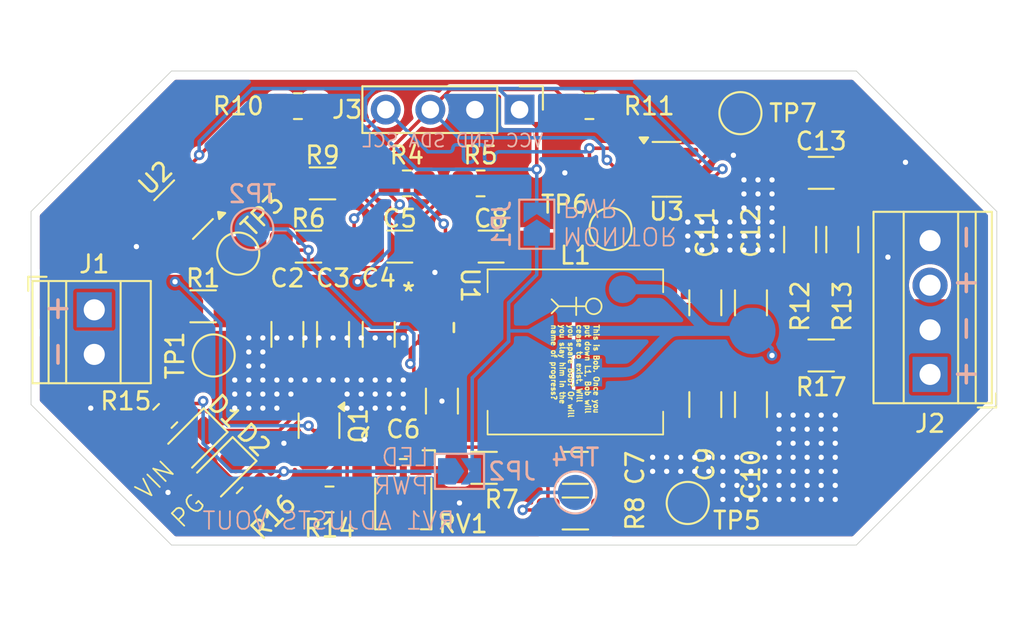
<source format=kicad_pcb>
(kicad_pcb (version 20240108) (generator "pcbnew") (generator_version "8.0")
  (layers (0 "F.Cu" signal) (31 "B.Cu" signal) (34 "B.Paste" user) (35 "F.Paste" user) (36 "B.SilkS" user "B.Silkscreen") (37 "F.SilkS" user "F.Silkscreen") (38 "B.Mask" user) (39 "F.Mask" user) (44 "Edge.Cuts" user))
  (net 0 "")
  (net 1 "VIN")
  (net 2 "GND")
  (net 3 "Net-(J3-Pin_3)")
  (net 4 "Net-(J3-Pin_4)")
  (net 5 "Net-(U1-VCC)")
  (net 6 "Net-(U1-SS)")
  (net 7 "VOUT")
  (net 8 "Net-(U1-FB)")
  (net 9 "SW")
  (net 10 "VBST")
  (net 11 "Net-(U3-VIN+)")
  (net 12 "Net-(U3-VIN-)")
  (net 13 "Net-(D1-A)")
  (net 14 "Net-(D1-K)")
  (net 15 "Net-(D2-K)")
  (net 16 "Net-(D2-A)")
  (net 17 "VBATT")
  (net 18 "Net-(J3-Pin_1)")
  (net 19 "VOUT2")
  (net 20 "Net-(JP2-A)")
  (net 21 "PGOOD")
  (net 22 "Net-(U1-EN)")
  (net 23 "Net-(R7-Pad2)")
  (net 24 "Net-(U1-MODE)")
  (footprint "Resistor_SMD:R_1206_3216Metric_Pad1.30x1.75mm_HandSolder" (layer "F.Cu") (at 177.8 75 180)
    (property "Reference" "R6")
    (property "Value" "100k")
  )
  (footprint "Capacitor_SMD:C_1206_3216Metric_Pad1.33x1.80mm_HandSolder" (layer "F.Cu") (at 203 84.000001 -90)
    (property "Reference" "C10")
    (property "Value" "22uF")
  )
  (footprint "TestPoint:TestPoint_Pad_D2.0mm" (layer "F.Cu") (at 172.4 81.2)
    (property "Reference" "TP1")
    (property "Value" "TestPoint")
  )
  (footprint "TPS51386:L_Panasonic_ETQP4M---KVK" (layer "F.Cu") (at 193 81)
    (property "Reference" "L1")
    (property "Value" "1.5uH")
  )
  (footprint "Capacitor_SMD:C_1206_3216Metric_Pad1.33x1.80mm_HandSolder" (layer "F.Cu") (at 207 70.8 180)
    (property "Reference" "C13")
    (property "Value" "0.1uF")
  )
  (footprint "LED_SMD:LED_0805_2012Metric_Pad1.15x1.40mm_HandSolder" (layer "F.Cu") (at 172.844365 87.844365 -135)
    (property "Reference" "D2")
    (property "Value" "LED")
  )
  (footprint "Capacitor_SMD:C_1206_3216Metric_Pad1.33x1.80mm_HandSolder" (layer "F.Cu") (at 181.8 80 -90)
    (property "Reference" "C4")
    (property "Value" "0.1uF")
  )
  (footprint "TestPoint:TestPoint_Pad_D2.0mm" (layer "F.Cu") (at 199.4 89.6)
    (property "Reference" "TP5")
    (property "Value" "TestPoint")
  )
  (footprint "Potentiometer_SMD:Potentiometer_Bourns_TC33X_Vertical" (layer "F.Cu") (at 183.2 89.2 -90)
    (property "Reference" "RV1")
    (property "Value" "4.7k")
  )
  (footprint "TerminalBlock:TerminalBlock_Xinya_XY308-2.54-2P_1x02_P2.54mm_Horizontal" (layer "F.Cu") (at 165.6 78.6 -90)
    (property "Reference" "J1")
    (property "Value" "Screw_Terminal_01x02")
  )
  (footprint "TestPoint:TestPoint_Pad_D2.0mm" (layer "F.Cu") (at 202.4 67.4)
    (property "Reference" "TP7")
    (property "Value" "TestPoint")
  )
  (footprint "Resistor_SMD:R_0805_2012Metric_Pad1.20x1.40mm_HandSolder" (layer "F.Cu") (at 187.6 71.4)
    (property "Reference" "R5")
    (property "Value" "1k")
  )
  (footprint "Package_TO_SOT_SMD:SOT-363_SC-70-6_Handsoldering" (layer "F.Cu") (at 178.4 85.2 -90)
    (property "Reference" "Q1")
    (property "Value" "Q_Dual_NMOS_S1G1D2S2G2D1")
  )
  (footprint "Package_TO_SOT_SMD:SOT-23-8" (layer "F.Cu") (at 170.685095 72.893763 -135)
    (property "Reference" "U2")
    (property "Value" "INA219AIDR")
  )
  (footprint "TestPoint:TestPoint_Pad_D2.0mm" (layer "F.Cu") (at 195 74)
    (property "Reference" "TP6")
    (property "Value" "TestPoint")
  )
  (footprint "Resistor_SMD:R_0805_2012Metric_Pad1.20x1.40mm_HandSolder" (layer "F.Cu") (at 179 89.4 180)
    (property "Reference" "R14")
    (property "Value" "10K")
  )
  (footprint "Capacitor_SMD:C_1206_3216Metric_Pad1.33x1.80mm_HandSolder" (layer "F.Cu") (at 193 87.6 180)
    (property "Reference" "C7")
    (property "Value" "22pF")
  )
  (footprint "Capacitor_SMD:C_1206_3216Metric_Pad1.33x1.80mm_HandSolder" (layer "F.Cu") (at 176.6 80 -90)
    (property "Reference" "C2")
    (property "Value" "10uF")
  )
  (footprint "Capacitor_SMD:C_1206_3216Metric_Pad1.33x1.80mm_HandSolder" (layer "F.Cu") (at 179.2 80 -90)
    (property "Reference" "C3")
    (property "Value" "10uF")
  )
  (footprint "Resistor_SMD:R_0805_2012Metric_Pad1.20x1.40mm_HandSolder" (layer "F.Cu") (at 169.644365 84.644365 45)
    (property "Reference" "R15")
    (property "Value" "120")
  )
  (footprint "Capacitor_SMD:C_1206_3216Metric_Pad1.33x1.80mm_HandSolder" (layer "F.Cu") (at 188.2 75)
    (property "Reference" "C8")
    (property "Value" "0.1uF")
  )
  (footprint "Connector_PinHeader_2.54mm:PinHeader_1x04_P2.54mm_Vertical" (layer "F.Cu") (at 189.82 67.2 -90)
    (property "Reference" "J3")
    (property "Value" "Conn_01x04_Pin")
  )
  (footprint "Resistor_SMD:R_1206_3216Metric_Pad1.30x1.75mm_HandSolder" (layer "F.Cu") (at 193 90.2)
    (property "Reference" "R8")
    (property "Value" "150k")
  )
  (footprint "Resistor_SMD:R_1206_3216Metric_Pad1.30x1.75mm_HandSolder" (layer "F.Cu") (at 171.8 78.4)
    (property "Reference" "R1")
    (property "Value" "0.005")
  )
  (footprint "Resistor_SMD:R_0805_2012Metric_Pad1.20x1.40mm_HandSolder" (layer "F.Cu") (at 193.8 67 180)
    (property "Reference" "R11")
    (property "Value" "10K")
  )
  (footprint "Resistor_SMD:R_1206_3216Metric_Pad1.30x1.75mm_HandSolder" (layer "F.Cu") (at 205.8 74.600002 90)
    (property "Reference" "R12")
    (property "Value" "10")
  )
  (footprint "Capacitor_SMD:C_1206_3216Metric_Pad1.33x1.80mm_HandSolder" (layer "F.Cu") (at 185.4 83.8 -90)
    (property "Reference" "C6")
    (property "Value" "0F")
  )
  (footprint "Resistor_SMD:R_1206_3216Metric_Pad1.30x1.75mm_HandSolder" (layer "F.Cu") (at 187.8 87.6 180)
    (property "Reference" "R7")
    (property "Value" "18k")
  )
  (footprint "Package_TO_SOT_SMD:SOT-23-8" (layer "F.Cu") (at 198.2 70.6)
    (property "Reference" "U3")
    (property "Value" "INA219AIDR")
  )
  (footprint "Resistor_SMD:R_0805_2012Metric_Pad1.20x1.40mm_HandSolder" (layer "F.Cu") (at 174.4 89.4 45)
    (property "Reference" "R16")
    (property "Value" "120")
  )
  (footprint "Capacitor_SMD:C_1206_3216Metric_Pad1.33x1.80mm_HandSolder" (layer "F.Cu") (at 183 75)
    (property "Reference" "C5")
    (property "Value" "1uF")
  )
  (footprint "Capacitor_SMD:C_1206_3216Metric_Pad1.33x1.80mm_HandSolder" (layer "F.Cu") (at 200.399998 84.000001 -90)
    (property "Reference" "C9")
    (property "Value" "22uF")
  )
  (footprint "Capacitor_SMD:C_1206_3216Metric_Pad1.33x1.80mm_HandSolder" (layer "F.Cu") (at 200.4 78.2 90)
    (property "Reference" "C11")
    (property "Value" "22uF")
  )
  (footprint "Capacitor_SMD:C_1206_3216Metric_Pad1.33x1.80mm_HandSolder" (layer "F.Cu") (at 203 78.2 90)
    (property "Reference" "C12")
    (property "Value" "22uF")
  )
  (footprint "LED_SMD:LED_0805_2012Metric_Pad1.15x1.40mm_HandSolder" (layer "F.Cu") (at 171.2 86.2 -135)
    (property "Reference" "D1")
    (property "Value" "LED")
  )
  (footprint "TerminalBlock:TerminalBlock_Xinya_XY308-2.54-4P_1x04_P2.54mm_Horizontal" (layer "F.Cu") (at 213.2 82.28 90)
    (property "Reference" "J2")
    (property "Value" "Screw_Terminal_01x04")
  )
  (footprint "Resistor_SMD:R_1206_3216Metric_Pad1.30x1.75mm_HandSolder" (layer "F.Cu") (at 207 81.2)
    (property "Reference" "R17")
    (property "Value" "0.005")
  )
  (footprint "Resistor_SMD:R_0805_2012Metric_Pad1.20x1.40mm_HandSolder" (layer "F.Cu") (at 183.4 71.4)
    (property "Reference" "R4")
    (property "Value" "6.8k")
  )
  (footprint "TestPoint:TestPoint_Pad_D2.0mm" (layer "F.Cu") (at 173.8 75.4)
    (property "Reference" "TP3")
    (property "Value" "TestPoint")
  )
  (footprint "TPS51386:VQFN-HR12_RJN_TEX" (layer "F.Cu") (at 184.899999 78.900126)
    (property "Reference" "U1")
    (property "Value" "TPS51386RJNR")
  )
  (footprint "Resistor_SMD:R_1206_3216Metric_Pad1.30x1.75mm_HandSolder" (layer "F.Cu") (at 208.2 74.600002 -90)
    (property "Reference" "R13")
    (property "Value" "10")
  )
  (footprint "Resistor_SMD:R_0805_2012Metric_Pad1.20x1.40mm_HandSolder" (layer "F.Cu") (at 177.2 67)
    (property "Reference" "R10")
    (property "Value" "10K")
  )
  (footprint "Resistor_SMD:R_1206_3216Metric_Pad1.30x1.75mm_HandSolder" (layer "F.Cu") (at 178.6 71.4 180)
    (property "Reference" "R9")
    (property "Value" "0")
  )
  (footprint "TestPoint:TestPoint_Pad_D2.0mm" (layer "B.Cu") (at 174.6 74 180)
    (property "Reference" "TP2")
    (property "Value" "TestPoint")
  )
  (footprint "TestPoint:TestPoint_Pad_D2.0mm" (layer "B.Cu") (at 193 89 180)
    (property "Reference" "TP4")
    (property "Value" "TestPoint")
  )
  (footprint "Jumper:SolderJumper-2_P1.3mm_Open_TrianglePad1.0x1.5mm" (layer "B.Cu") (at 186.4 87.8)
    (property "Reference" "JP2")
    (property "Value" "SolderJumper_2_Open")
  )
  (footprint "TPS51386:usb_symbol" (layer "B.Cu") (at 197.3 79.8 180)
    (property "Reference" "TP8" (hide yes))
    (property "Value" "TestPoint" (hide yes))
  )
  (footprint "Jumper:SolderJumper-2_P1.3mm_Open_TrianglePad1.0x1.5mm" (layer "B.Cu") (at 190.8 73.725 90)
    (property "Reference" "JP1")
    (property "Value" "SolderJumper_2_Open")
  )
  (gr_line (start 193.6 78.4) (end 192.047212 78.399999) (stroke (width 0.1)) (layer "F.SilkS"))
  (gr_circle (center 194.047214 78.399999) (end 193.847213 78.8) (stroke (width 0.1)) (fill none) (layer "F.SilkS"))
  (gr_line (start 192.047212 78.399999) (end 191.647213 78) (stroke (width 0.1)) (layer "F.SilkS"))
  (gr_line (start 192.047212 78.399999) (end 191.647213 78.8) (stroke (width 0.1)) (layer "F.SilkS"))
  (gr_line (start 193.047212 77.899999) (end 193.047213 78.899999) (stroke (width 0.1)) (layer "F.SilkS"))
  (gr_line (start 162 73) (end 162 84) (stroke (width 0.05)) (layer "Edge.Cuts"))
  (gr_line (start 217 84) (end 217 73) (stroke (width 0.05)) (layer "Edge.Cuts"))
  (gr_line (start 209 65) (end 170 65) (stroke (width 0.05)) (layer "Edge.Cuts"))
  (gr_line (start 217 84) (end 209 92) (stroke (width 0.05)) (layer "Edge.Cuts"))
  (gr_line (start 162 73) (end 170 65) (stroke (width 0.05)) (layer "Edge.Cuts"))
  (gr_line (start 170 92) (end 209 92) (stroke (width 0.05)) (layer "Edge.Cuts"))
  (gr_line (start 162 84) (end 170 92) (stroke (width 0.05)) (layer "Edge.Cuts"))
  (gr_line (start 217 73) (end 209 65) (stroke (width 0.05)) (layer "Edge.Cuts"))
  (gr_text "RV1 ADJUSTS VOUT" (at 186.2 91.2 0) (layer "B.SilkS") (effects (font (size 1 1) (thickness 0.1)) (justify left bottom mirror)))
  (gr_text "LED\nPWR" (at 184.725 89.2 0) (layer "B.SilkS") (effects (font (size 1 1) (thickness 0.1)) (justify left bottom mirror)))
  (gr_text "VCC GND SDA SCL" (at 191.242963 69.4 0) (layer "B.SilkS") (effects (font (size 0.75 0.75) (thickness 0.1)) (justify left bottom mirror)))
  (gr_text "+ - + -" (at 214.6 83.2 270) (layer "B.SilkS") (effects (font (size 1.3 1.3) (thickness 0.2)) (justify left bottom mirror)))
  (gr_text "MONITOR \nPWR" (at 192.2 72.2 180) (layer "B.SilkS") (effects (font (size 1 1) (thickness 0.1)) (justify left bottom mirror)))
  (gr_text "+ -" (at 164.2 77.6 90) (layer "B.SilkS") (effects (font (size 1.3 1.3) (thickness 0.2)) (justify left bottom mirror)))
  (gr_text "PG" (at 170.6 91.2 45) (layer "F.SilkS") (effects (font (size 1 1) (thickness 0.1)) (justify left bottom)))
  (gr_text "This is Bob. Once you \nput down L1, Bob will \ncease to exist. Will \nyou spare Bob? Or will \nyou slay him in the \nname of progress?" (at 191.6 79.4 270) (layer "F.SilkS") (effects (font (size 0.3 0.3) (thickness 0.075)) (justify left bottom)))
  (gr_text "VIN" (at 168.6 89.6 45) (layer "F.SilkS") (effects (font (size 1 1) (thickness 0.1)) (justify left bottom)))
  (segment (start 173.8 75.4) (end 173.8 77.95) (width 0.2) (layer "F.Cu") (net 1))
  (segment (start 173.35 78.4) (end 172.6 78.4) (width 0.2) (layer "F.Cu") (net 1))
  (segment (start 172 74.456156) (end 171.035463 73.491619) (width 0.2) (layer "F.Cu") (net 1))
  (segment (start 182.4 72) (end 183 72.6) (width 0.2) (layer "F.Cu") (net 1))
  (segment (start 182.4 71.4) (end 182.4 72) (width 0.2) (layer "F.Cu") (net 1))
  (segment (start 171.035463 73.491619) (end 170.546859 73.491619) (width 0.2) (layer "F.Cu") (net 1))
  (segment (start 172 77.8) (end 172 74.456156) (width 0.2) (layer "F.Cu") (net 1))
  (segment (start 169.898923 74.199102) (end 170.143265 73.95476) (width 0.2) (layer "F.Cu") (net 1))
  (segment (start 170.546859 73.491619) (end 170.110571 73.927907) (width 0.2) (layer "F.Cu") (net 1))
  (segment (start 173.8 77.95) (end 173.35 78.4) (width 0.2) (layer "F.Cu") (net 1))
  (segment (start 172.6 78.4) (end 172 77.8) (width 0.2) (layer "F.Cu") (net 1))
  (via (at 180.6 77) (size 0.6) (drill 0.3) (layers "F.Cu" "B.Cu") (net 1))
  (via (at 183 72.6) (size 0.6) (drill 0.3) (layers "F.Cu" "B.Cu") (net 1))
  (segment (start 180.6 77) (end 182.4 75.2) (width 0.2) (layer "B.Cu") (net 1))
  (segment (start 182.4 73.2) (end 183 72.6) (width 0.2) (layer "B.Cu") (net 1))
  (segment (start 182.4 75.2) (end 182.4 73.2) (width 0.2) (layer "B.Cu") (net 1))
  (segment (start 185 76.6) (end 185 76.469988) (width 0.2) (layer "F.Cu") (net 2))
  (segment (start 202 69.8) (end 201.209313 69.8) (width 0.2) (layer "F.Cu") (net 2))
  (segment (start 185.150062 76.750062) (end 185 76.6) (width 0.2) (layer "F.Cu") (net 2))
  (segment (start 201.209313 69.8) (end 200.084313 70.925) (width 0.2) (layer "F.Cu") (net 2))
  (segment (start 200.084313 70.925) (end 199.3375 70.925) (width 0.2) (layer "F.Cu") (net 2))
  (segment (start 185.2 74.362503) (end 184.5625 75.000003) (width 0.2) (layer "F.Cu") (net 2))
  (segment (start 185.150062 77.500126) (end 185.150062 76.750062) (width 0.2) (layer "F.Cu") (net 2))
  (via (at 176 80.2) (size 0.6) (drill 0.3) (layers "F.Cu" "B.Cu") (net 2))
  (via (at 185 76.469988) (size 0.6) (drill 0.3) (layers "F.Cu" "B.Cu") (net 2))
  (via (at 210.8 75.6) (size 0.6) (drill 0.3) (layers "F.Cu" "B.Cu") (net 2))
  (via (at 203.4 72) (size 0.6) (drill 0.3) (layers "F.Cu" "B.Cu") (net 2))
  (via (at 168 75) (size 0.6) (drill 0.3) (layers "F.Cu" "B.Cu") (net 2))
  (via (at 203 88.6) (size 0.6) (drill 0.3) (layers "F.Cu" "B.Cu") (net 2))
  (via (at 207 88.6) (size 0.6) (drill 0.3) (layers "F.Cu" "B.Cu") (net 2))
  (via (at 201 74.4) (size 0.6) (drill 0.3) (layers "F.Cu" "B.Cu") (net 2))
  (via (at 174.4 81) (size 0.6) (drill 0.3) (layers "F.Cu" "B.Cu") (net 2))
  (via (at 176.799999 83.400001) (size 0.6) (drill 0.3) (layers "F.Cu" "B.Cu") (net 2))
  (via (at 201.8 73.6) (size 0.6) (drill 0.3) (layers "F.Cu" "B.Cu") (net 2))
  (via (at 180.8 84.2) (size 0.6) (drill 0.3) (layers "F.Cu" "B.Cu") (net 2))
  (via (at 176 82.6) (size 0.6) (drill 0.3) (layers "F.Cu" "B.Cu") (net 2))
  (via (at 199.4 75.2) (size 0.6) (drill 0.3) (layers "F.Cu" "B.Cu") (net 2))
  (via (at 204.6 89.4) (size 0.6) (drill 0.3) (layers "F.Cu" "B.Cu") (net 2))
  (via (at 206.2 85.4) (size 0.6) (drill 0.3) (layers "F.Cu" "B.Cu") (net 2))
  (via (at 201 75.2) (size 0.6) (drill 0.3) (layers "F.Cu" "B.Cu") (net 2))
  (via (at 183.2 84.2) (size 0.6) (drill 0.3) (layers "F.Cu" "B.Cu") (net 2))
  (via (at 176.8 80.2) (size 0.6) (drill 0.3) (layers "F.Cu" "B.Cu") (net 2))
  (via (at 211.8 70.2) (size 0.6) (drill 0.3) (layers "F.Cu" "B.Cu") (net 2))
  (via (at 197.4 87) (size 0.6) (drill 0.3) (layers "F.Cu" "B.Cu") (net 2))
  (via (at 202.2 89.4) (size 0.6) (drill 0.3) (layers "F.Cu" "B.Cu") (net 2))
  (via (at 198.2 87.8) (size 0.6) (drill 0.3) (layers "F.Cu" "B.Cu") (net 2))
  (via (at 206.2 84.6) (size 0.6) (drill 0.3) (layers "F.Cu" "B.Cu") (net 2))
  (via (at 200.2 73.6) (size 0.6) (drill 0.3) (layers "F.Cu" "B.Cu") (net 2))
  (via (at 202.2 87.8) (size 0.6) (drill 0.3) (layers "F.Cu" "B.Cu") (net 2))
  (via (at 203.8 87) (size 0.6) (drill 0.3) (layers "F.Cu" "B.Cu") (net 2))
  (via (at 204.2 72.8) (size 0.6) (drill 0.3) (layers "F.Cu" "B.Cu") (net 2))
  (via (at 185.4 83.8) (size 0.6) (drill 0.3) (layers "F.Cu" "B.Cu") (net 2))
  (via (at 199.4 74.4) (size 0.6) (drill 0.3) (layers "F.Cu" "B.Cu") (net 2))
  (via (at 181.6 80.2) (size 0.6) (drill 0.3) (layers "F.Cu" "B.Cu") (net 2))
  (via (at 205.4 87) (size 0.6) (drill 0.3) (layers "F.Cu" "B.Cu") (net 2))
  (via (at 201.4 87) (size 0.6) (drill 0.3) (layers "F.Cu" "B.Cu") (net 2))
  (via (at 201.4 87.8) (size 0.6) (drill 0.3) (layers "F.Cu" "B.Cu") (net 2))
  (via (at 180.8 83.4) (size 0.6) (drill 0.3) (layers "F.Cu" "B.Cu") (net 2))
  (via (at 175.2 80.2) (size 0.6) (drill 0.3) (layers "F.Cu" "B.Cu") (net 2))
  (via (at 177.6 80.2) (size 0.6) (drill 0.3) (layers "F.Cu" "B.Cu") (net 2))
  (via (at 204.6 85.4) (size 0.6) (drill 0.3) (layers "F.Cu" "B.Cu") (net 2))
  (via (at 174.4 81.8) (size 0.6) (drill 0.3) (layers "F.Cu" "B.Cu") (net 2))
  (via (at 181 86) (size 0.6) (drill 0.3) (layers "F.Cu" "B.Cu") (net 2))
  (via (at 181.599999 83.399999) (size 0.6) (drill 0.3) (layers "F.Cu" "B.Cu") (net 2))
  (via (at 199 87) (size 0.6) (drill 0.3) (layers "F.Cu" "B.Cu") (net 2))
  (via (at 175.2 82.599999) (size 0.6) (drill 0.3) (layers "F.Cu" "B.Cu") (net 2))
  (via (at 180.8 80.2) (size 0.6) (drill 0.3) (layers "F.Cu" "B.Cu") (net 2))
  (via (at 180.799999 82.599999) (size 0.6) (drill 0.3) (layers "F.Cu" "B.Cu") (net 2))
  (via (at 178.4 80.2) (size 0.6) (drill 0.3) (layers "F.Cu" "B.Cu") (net 2))
  (via (at 182.4 80.2) (size 0.6) (drill 0.3) (layers "F.Cu" "B.Cu") (net 2))
  (via (at 200.6 87.8) (size 0.6) (drill 0.3) (layers "F.Cu" "B.Cu") (net 2))
  (via (at 173.6 83.399999) (size 0.6) (drill 0.3) (layers "F.Cu" "B.Cu") (net 2))
  (via (at 205.4 89.4) (size 0.6) (drill 0.3) (layers "F.Cu" "B.Cu") (net 2))
  (via (at 203.4 73.6) (size 0.6) (drill 0.3) (layers "F.Cu" "B.Cu") (net 2))
  (via (at 204.6 87) (size 0.6) (drill 0.3) (layers "F.Cu" "B.Cu") (net 2))
  (via (at 186.4 89.6) (size 0.6) (drill 0.3) (layers "F.Cu" "B.Cu") (net 2))
  (via (at 207 87) (size 0.6) (drill 0.3) (layers "F.Cu" "B.Cu") (net 2))
  (via (at 182.4 84.2) (size 0.6) (drill 0.3) (layers "F.Cu" "B.Cu") (net 2))
  (via (at 175.2 81.8) (size 0.6) (drill 0.3) (layers "F.Cu" "B.Cu") (net 2))
  (via (at 206.2 87.8) (size 0.6) (drill 0.3) (layers "F.Cu" "B.Cu") (net 2))
  (via (at 205.4 84.6) (size 0.6) (drill 0.3) (layers "F.Cu" "B.Cu") (net 2))
  (via (at 183.2 83.4) (size 0.6) (drill 0.3) (layers "F.Cu" "B.Cu") (net 2))
  (via (at 181.599999 84.199999) (size 0.6) (drill 0.3) (layers "F.Cu" "B.Cu") (net 2))
  (via (at 192.4 70.8) (size 0.6) (drill 0.3) (layers "F.Cu" "B.Cu") (net 2))
  (via (at 173.6 82.6) (size 0.6) (drill 0.3) (layers "F.Cu" "B.Cu") (net 2))
  (via (at 181.6 82.6) (size 0.6) (drill 0.3) (layers "F.Cu" "B.Cu") (net 2))
  (via (at 177.599998 82.6) (size 0.6) (drill 0.3) (layers "F.Cu" "B.Cu") (net 2))
  (via (at 199.8 87.8) (size 0.6) (drill 0.3) (layers "F.Cu" "B.Cu") (net 2))
  (via (at 207.8 87) (size 0.6) (drill 0.3) (layers "F.Cu" "B.Cu") (net 2))
  (via (at 200.2 75.2) (size 0.6) (drill 0.3) (layers "F.Cu" "B.Cu") (net 2))
  (via (at 179.199999 82.599999) (size 0.6) (drill 0.3) (layers "F.Cu" "B.Cu") (net 2))
  (via (at 201.4 88.6) (size 0.6) (drill 0.3) (layers "F.Cu" "B.Cu") (net 2))
  (via (at 173.599999 84.199999) (size 0.6) (drill 0.3) (layers "F.Cu" "B.Cu") (net 2))
  (via (at 206.2 87) (size 0.6) (drill 0.3) (layers "F.Cu" "B.Cu") (net 2))
  (via (at 183.2 80.2) (size 0.6) (drill 0.3) (layers "F.Cu" "B.Cu") (net 2))
  (via (at 178.399999 82.600001) (size 0.6) (drill 0.3) (layers "F.Cu" "B.Cu") (net 2))
  (via (at 169.8 89) (size 0.6) (drill 0.3) (layers "F.Cu" "B.Cu") (net 2))
  (via (at 204.2 75.2) (size 0.6) (drill 0.3) (layers "F.Cu" "B.Cu") (net 2))
  (via (at 175.999999 83.4) (size 0.6) (drill 0.3) (layers "F.Cu" "B.Cu") (net 2))
  (via (at 204.6 84.6) (size 0.6) (drill 0.3) (layers "F.Cu" "B.Cu") (net 2))
  (via (at 200.2 74.4) (size 0.6) (drill 0.3) (layers "F.Cu" "B.Cu") (net 2))
  (via (at 174.4 83.4) (size 0.6) (drill 0.3) (layers "F.Cu" "B.Cu") (net 2))
  (via (at 198.2 87) (size 0.6) (drill 0.3) (layers "F.Cu" "B.Cu") (net 2))
  (via (at 183.2 82.6) (size 0.6) (drill 0.3) (layers "F.Cu" "B.Cu") (net 2))
  (via (at 204.6 86.2) (size 0.6) (drill 0.3) (layers "F.Cu" "B.Cu") (net 2))
  (via (at 205.4 85.4) (size 0.6) (drill 0.3) (layers "F.Cu" "B.Cu") (net 2))
  (via (at 202.6 71.2) (size 0.6) (drill 0.3) (layers "F.Cu" "B.Cu") (net 2))
  (via (at 199 87.8) (size 0.6) (drill 0.3) (layers "F.Cu" "B.Cu") (net 2))
  (via (at 201.8 74.4) (size 0.6) (drill 0.3) (layers "F.Cu" "B.Cu") (net 2))
  (via (at 204.6 88.6) (size 0.6) (drill 0.3) (layers "F.Cu" "B.Cu") (net 2))
  (via (at 204.2 73.6) (size 0.6) (drill 0.3) (layers "F.Cu" "B.Cu") (net 2))
  (via (at 203.4 75.2) (size 0.6) (drill 0.3) (layers "F.Cu" "B.Cu") (net 2))
  (via (at 203 87.8) (size 0.6) (drill 0.3) (layers "F.Cu" "B.Cu") (net 2))
  (via (at 207 85.4) (size 0.6) (drill 0.3) (layers "F.Cu" "B.Cu") (net 2))
  (via (at 201.8 75.2) (size 0.6) (drill 0.3) (layers "F.Cu" "B.Cu") (net 2))
  (via (at 207.8 87.8) (size 0.6) (drill 0.3) (layers "F.Cu" "B.Cu") (net 2))
  (via (at 202.6 73.6) (size 0.6) (drill 0.3) (layers "F.Cu" "B.Cu") (net 2))
  (via (at 207 84.6) (size 0.6) (drill 0.3) (layers "F.Cu" "B.Cu") (net 2))
  (via (at 204.6 87.8) (size 0.6) (drill 0.3) (layers "F.Cu" "B.Cu") (net 2))
  (via (at 207 87.8) (size 0.6) (drill 0.3) (layers "F.Cu" "B.Cu") (net 2))
  (via (at 203 87) (size 0.6) (drill 0.3) (layers "F.Cu" "B.Cu") (net 2))
  (via (at 174.4 82.599999) (size 0.6) (drill 0.3) (layers "F.Cu" "B.Cu") (net 2))
  (via (at 182.4 82.6) (size 0.6) (drill 0.3) (layers "F.Cu" "B.Cu") (net 2))
  (via (at 207 89.4) (size 0.6) (drill 0.3) (layers "F.Cu" "B.Cu") (net 2))
  (via (at 204.2 71.2) (size 0.6) (drill 0.3) (layers "F.Cu" "B.Cu") (net 2))
  (via (at 206.2 89.4) (size 0.6) (drill 0.3) (layers "F.Cu" "B.Cu") (net 2))
  (via (at 175.2 83.4) (size 0.6) (drill 0.3) (layers "F.Cu" "B.Cu") (net 2))
  (via (at 202 69.8) (size 0.6) (drill 0.3) (layers "F.Cu" "B.Cu") (net 2))
  (via (at 202.6 72) (size 0.6) (drill 0.3) (layers "F.Cu" "B.Cu") (net 2))
  (via (at 207.8 89.4) (size 0.6) (drill 0.3) (layers "F.Cu" "B.Cu") (net 2))
  (via (at 207 86.2) (size 0.6) (drill 0.3) (layers "F.Cu" "B.Cu") (net 2))
  (via (at 179.999999 84.199999) (size 0.6) (drill 0.3) (layers "F.Cu" "B.Cu") (net 2))
  (via (at 200.6 87) (size 0.6) (drill 0.3) (layers "F.Cu" "B.Cu") (net 2))
  (via (at 165.4 84.2) (size 0.6) (drill 0.3) (layers "F.Cu" "B.Cu") (net 2))
  (via (at 202.2 88.6) (size 0.6) (drill 0.3) (layers "F.Cu" "B.Cu") (net 2))
  (via (at 204.2 72) (size 0.6) (drill 0.3) (layers "F.Cu" "B.Cu") (net 2))
  (via (at 207.8 86.2) (size 0.6) (drill 0.3) (layers "F.Cu" "B.Cu") (net 2))
  (via (at 179.2 80.2) (size 0.6) (drill 0.3) (layers "F.Cu" "B.Cu") (net 2))
  (via (at 176 84.2) (size 0.6) (drill 0.3) (layers "F.Cu" "B.Cu") (net 2))
  (via (at 202.6 74.4) (size 0.6) (drill 0.3) (layers "F.Cu" "B.Cu") (net 2))
  (via (at 203.4 74.4) (size 0.6) (drill 0.3) (layers "F.Cu" "B.Cu") (net 2))
  (via (at 205.4 88.6) (size 0.6) (drill 0.3) (layers "F.Cu" "B.Cu") (net 2))
  (via (at 175.200001 84.2) (size 0.6) (drill 0.3) (layers "F.Cu" "B.Cu") (net 2))
  (via (at 176.8 82.6) (size 0.6) (drill 0.3) (layers "F.Cu" "B.Cu") (net 2))
  (via (at 180 82.6) (size 0.6) (drill 0.3) (layers "F.Cu" "B.Cu") (net 2))
  (via (at 204.2 74.399999) (size 0.6) (drill 0.3) (layers "F.Cu" "B.Cu") (net 2))
  (via (at 203.4 72.8) (size 0.6) (drill 0.3) (layers "F.Cu" "B.Cu") (net 2))
  (via (at 174.400001 84.2) (size 0.6) (drill 0.3) (layers "F.Cu" "B.Cu") (net 2))
  (via (at 206.2 88.6) (size 0.6) (drill 0.3) (layers "F.Cu" "B.Cu") (net 2))
  (via (at 197.4 87.8) (size 0.6) (drill 0.3) (layers "F.Cu" "B.Cu") (net 2))
  (via (at 182.4 83.4) (size 0.6) (drill 0.3) (layers "F.Cu" "B.Cu") (net 2))
  (via (at 202.6 72.8) (size 0.6) (drill 0.3) (layers "F.Cu" "B.Cu") (net 2))
  (via (at 206.2 86.2) (size 0.6) (drill 0.3) (layers "F.Cu" "B.Cu") (net 2))
  (via (at 207.8 85.4) (size 0.6) (drill 0.3) (layers "F.Cu" "B.Cu") (net 2))
  (via (at 201 73.6) (size 0.6) (drill 0.3) (layers "F.Cu" "B.Cu") (net 2))
  (via (at 176.4 86.2) (size 0.6) (drill 0.3) (layers "F.Cu" "B.Cu") (net 2))
  (via (at 207.8 84.6) (size 0.6) (drill 0.3) (layers "F.Cu" "B.Cu") (net 2))
  (via (at 179.999999 83.399999) (size 0.6) (drill 0.3) (layers "F.Cu" "B.Cu") (net 2))
  (via (at 203.8 88.6) (size 0.6) (drill 0.3) (layers "F.Cu" "B.Cu") (net 2))
  (via (at 199.8 87) (size 0.6) (drill 0.3) (layers "F.Cu" "B.Cu") (net 2))
  (via (at 180 80.2) (size 0.6) (drill 0.3) (layers "F.Cu" "B.Cu") (net 2))
  (via (at 202.2 87) (size 0.6) (drill 0.3) (layers "F.Cu" "B.Cu") (net 2))
  (via (at 175.2 81) (size 0.6) (drill 0.3) (layers "F.Cu" "B.Cu") (net 2))
  (via (at 201.4 89.4) (size 0.6) (drill 0.3) (layers "F.Cu" "B.Cu") (net 2))
  (via (at 202.6 75.2) (size 0.6) (drill 0.3) (layers "F.Cu" "B.Cu") (net 2))
  (via (at 205.4 86.2) (size 0.6) (drill 0.3) (layers "F.Cu" "B.Cu") (net 2))
  (via (at 203.8 87.8) (size 0.6) (drill 0.3) (layers "F.Cu" "B.Cu") (net 2))
  (via (at 199.4 73.6) (size 0.6) (drill 0.3) (layers "F.Cu" "B.Cu") (net 2))
  (via (at 174.4 80.2) (size 0.6) (drill 0.3) (layers "F.Cu" "B.Cu") (net 2))
  (via (at 205.4 87.8) (size 0.6) (drill 0.3) (layers "F.Cu" "B.Cu") (net 2))
  (via (at 203 89.4) (size 0.6) (drill 0.3) (layers "F.Cu" "B.Cu") (net 2))
  (via (at 203.4 71.2) (size 0.6) (drill 0.3) (layers "F.Cu" "B.Cu") (net 2))
  (via (at 203.8 89.4) (size 0.6) (drill 0.3) (layers "F.Cu" "B.Cu") (net 2))
  (via (at 207.8 88.6) (size 0.6) (drill 0.3) (layers "F.Cu" "B.Cu") (net 2))
  (segment (start 194.8 70.068328) (end 195.656672 70.925) (width 0.2) (layer "F.Cu") (net 3))
  (segment (start 191.85 66.05) (end 185.89 66.05) (width 0.2) (layer "F.Cu") (net 3))
  (segment (start 192.8 67) (end 191.85 66.05) (width 0.2) (layer "F.Cu") (net 3))
  (segment (start 171.259619 71.859619) (end 171.719239 72.319239) (width 0.2) (layer "F.Cu") (net 3))
  (segment (start 195.656672 70.925) (end 197.0625 70.925) (width 0.2) (layer "F.Cu") (net 3))
  (segment (start 173.4 69.6) (end 182.34 69.6) (width 0.2) (layer "F.Cu") (net 3))
  (segment (start 171.259619 71.859619) (end 171.259619 71.740381) (width 0.2) (layer "F.Cu") (net 3))
  (segment (start 185.89 66.05) (end 184.74 67.2) (width 0.2) (layer "F.Cu") (net 3))
  (segment (start 182.34 69.6) (end 184.74 67.2) (width 0.2) (layer "F.Cu") (net 3))
  (segment (start 171.259619 71.740381) (end 173.4 69.6) (width 0.2) (layer "F.Cu") (net 3))
  (via (at 194.8 70.068328) (size 0.6) (drill 0.3) (layers "F.Cu" "B.Cu") (net 3))
  (segment (start 194.8 70.068328) (end 194.6 70.068328) (width 0.2) (layer "B.Cu") (net 3))
  (segment (start 194.048529 68.8) (end 186.34 68.8) (width 0.2) (layer "B.Cu") (net 3))
  (segment (start 194.6 69.351471) (end 194.048529 68.8) (width 0.2) (layer "B.Cu") (net 3))
  (segment (start 186.34 68.8) (end 184.74 67.2) (width 0.2) (layer "B.Cu") (net 3))
  (segment (start 194.6 70.068328) (end 194.6 69.351471) (width 0.2) (layer "B.Cu") (net 3))
  (segment (start 193.8 69.916857) (end 193.8 69.4) (width 0.2) (layer "F.Cu") (net 4))
  (segment (start 173.357073 68.842927) (end 173.816692 68.383308) (width 0.2) (layer "F.Cu") (net 4))
  (segment (start 173.816692 68.383308) (end 174 68.2) (width 0.2) (layer "F.Cu") (net 4))
  (segment (start 197.0625 71.575) (end 195.458143 71.575) (width 0.2) (layer "F.Cu") (net 4))
  (segment (start 193.8 69.4) (end 195.16 69.4) (width 0.2) (layer "F.Cu") (net 4))
  (segment (start 179.6 68.2) (end 181.2 68.2) (width 0.2) (layer "F.Cu") (net 4))
  (segment (start 175.44 68.96) (end 175.44 68.44) (width 0.2) (layer "F.Cu") (net 4))
  (segment (start 196.035 70.275) (end 197.0625 70.275) (width 0.2) (layer "F.Cu") (net 4))
  (segment (start 174.84 67.96) (end 174.84 68.96) (width 0.2) (layer "F.Cu") (net 4))
  (segment (start 174.24 67.96) (end 174.24 67.84) (width 0.2) (layer "F.Cu") (net 4))
  (segment (start 175.68 68.2) (end 175.8 68.2) (width 0.2) (layer "F.Cu") (net 4))
  (segment (start 178.2 67) (end 179.4 68.2) (width 0.2) (layer "F.Cu") (net 4))
  (segment (start 181.2 68.2) (end 182.2 67.2) (width 0.2) (layer "F.Cu") (net 4))
  (segment (start 174.84 67.84) (end 174.84 67.96) (width 0.2) (layer "F.Cu") (net 4))
  (segment (start 175.08 69.2) (end 175.2 69.2) (width 0.2) (layer "F.Cu") (net 4))
  (segment (start 179.4 68.2) (end 179.6 68.2) (width 0.2) (layer "F.Cu") (net 4))
  (segment (start 195.458143 71.575) (end 193.8 69.916857) (width 0.2) (layer "F.Cu") (net 4))
  (segment (start 170.8 71.4) (end 173.357073 68.842927) (width 0.2) (layer "F.Cu") (net 4))
  (segment (start 195.16 69.4) (end 196.035 70.275) (width 0.2) (layer "F.Cu") (net 4))
  (segment (start 175.957338 68.2) (end 179.6 68.2) (width 0.2) (layer "F.Cu") (net 4))
  (segment (start 174.48 67.6) (end 174.6 67.6) (width 0.2) (layer "F.Cu") (net 4))
  (segment (start 175.8 68.2) (end 175.957338 68.2) (width 0.2) (layer "F.Cu") (net 4))
  (via (at 193.8 69.4) (size 0.6) (drill 0.3) (layers "F.Cu" "B.Cu") (net 4))
  (arc (start 174.84 68.96) (mid 174.910294 69.129706) (end 175.08 69.2) (width 0.2) (layer "F.Cu") (net 4))
  (arc (start 174.24 67.84) (mid 174.310294 67.670294) (end 174.48 67.6) (width 0.2) (layer "F.Cu") (net 4))
  (arc (start 175.44 68.44) (mid 175.510294 68.270294) (end 175.68 68.2) (width 0.2) (layer "F.Cu") (net 4))
  (arc (start 175.2 69.2) (mid 175.369706 69.129706) (end 175.44 68.96) (width 0.2) (layer "F.Cu") (net 4))
  (arc (start 174 68.2) (mid 174.169706 68.129706) (end 174.24 67.96) (width 0.2) (layer "F.Cu") (net 4))
  (arc (start 174.6 67.6) (mid 174.769706 67.670294) (end 174.84 67.84) (width 0.2) (layer "F.Cu") (net 4))
  (segment (start 187.228377 69.4) (end 187.228377 69.6) (width 0.2) (layer "B.Cu") (net 4))
  (segment (start 186.988377 70.2) (end 186.868377 70.2) (width 0.2) (layer "B.Cu") (net 4))
  (segment (start 185.628377 69.6) (end 185.105594 69.6) (width 0.2) (layer "B.Cu") (net 4))
  (segment (start 185.828377 69.6) (end 185.628377 69.6) (width 0.2) (layer "B.Cu") (net 4))
  (segment (start 185.105594 69.6) (end 184.6 69.6) (width 0.2) (layer "B.Cu") (net 4))
  (segment (start 188.188377 70.2) (end 188.068377 70.2) (width 0.2) (layer "B.Cu") (net 4))
  (segment (start 193.8 69.4) (end 193.6 69.6) (width 0.2) (layer "B.Cu") (net 4))
  (segment (start 187.228377 69.6) (end 187.228377 69.96) (width 0.2) (layer "B.Cu") (net 4))
  (segment (start 184.6 69.6) (end 182.2 67.2) (width 0.2) (layer "B.Cu") (net 4))
  (segment (start 187.828377 69.84) (end 187.828377 69.6) (width 0.2) (layer "B.Cu") (net 4))
  (segment (start 193.6 69.6) (end 188.668377 69.6) (width 0.2) (layer "B.Cu") (net 4))
  (segment (start 186.428377 69.2) (end 186.228377 69.2) (width 0.2) (layer "B.Cu") (net 4))
  (segment (start 187.628377 69.2) (end 187.428377 69.2) (width 0.2) (layer "B.Cu") (net 4))
  (segment (start 186.628377 69.6) (end 186.628377 69.4) (width 0.2) (layer "B.Cu") (net 4))
  (segment (start 188.428377 69.84) (end 188.428377 69.96) (width 0.2) (layer "B.Cu") (net 4))
  (segment (start 187.828377 69.6) (end 187.828377 69.4) (width 0.2) (layer "B.Cu") (net 4))
  (segment (start 186.628377 69.96) (end 186.628377 69.6) (width 0.2) (layer "B.Cu") (net 4))
  (segment (start 187.828377 69.96) (end 187.828377 69.84) (width 0.2) (layer "B.Cu") (net 4))
  (arc (start 186.868377 70.2) (mid 186.698671 70.129706) (end 186.628377 69.96) (width 0.2) (layer "B.Cu") (net 4))
  (arc (start 186.228377 69.2) (mid 186.086956 69.258579) (end 186.028377 69.4) (width 0.2) (layer "B.Cu") (net 4))
  (arc (start 187.828377 69.4) (mid 187.769798 69.258579) (end 187.628377 69.2) (width 0.2) (layer "B.Cu") (net 4))
  (arc (start 188.428377 69.96) (mid 188.358083 70.129706) (end 188.188377 70.2) (width 0.2) (layer "B.Cu") (net 4))
  (arc (start 188.068377 70.2) (mid 187.898671 70.129706) (end 187.828377 69.96) (width 0.2) (layer "B.Cu") (net 4))
  (arc (start 186.628377 69.4) (mid 186.569798 69.258579) (end 186.428377 69.2) (width 0.2) (layer "B.Cu") (net 4))
  (arc (start 186.028377 69.4) (mid 185.969798 69.541421) (end 185.828377 69.6) (width 0.2) (layer "B.Cu") (net 4))
  (arc (start 187.228377 69.96) (mid 187.158083 70.129706) (end 186.988377 70.2) (width 0.2) (layer "B.Cu") (net 4))
  (arc (start 188.668377 69.6) (mid 188.498671 69.670294) (end 188.428377 69.84) (width 0.2) (layer "B.Cu") (net 4))
  (arc (start 187.428377 69.2) (mid 187.286956 69.258579) (end 187.228377 69.4) (width 0.2) (layer "B.Cu") (net 4))
  (segment (start 179.35 75) (end 181.437497 75) (width 0.2) (layer "F.Cu") (net 5))
  (segment (start 185.6 73.8) (end 185.6 76.918264) (width 0.2) (layer "F.Cu") (net 5))
  (segment (start 185.6 76.918264) (end 185.650188 76.968452) (width 0.2) (layer "F.Cu") (net 5))
  (segment (start 185.5 73.7) (end 185.6 73.8) (width 0.2) (layer "F.Cu") (net 5))
  (segment (start 180.4 75) (end 179.35 75) (width 0.2) (layer "F.Cu") (net 5))
  (segment (start 181.437497 75) (end 181.437499 74.999998) (width 0.2) (layer "F.Cu") (net 5))
  (segment (start 180.4 73.4) (end 180.4 75) (width 0.2) (layer "F.Cu") (net 5))
  (segment (start 185.650188 76.968452) (end 185.650188 77.500126) (width 0.2) (layer "F.Cu") (net 5))
  (via (at 180.4 73.4) (size 0.6) (drill 0.3) (layers "F.Cu" "B.Cu") (net 5))
  (via (at 185.5 73.7) (size 0.6) (drill 0.3) (layers "F.Cu" "B.Cu") (net 5))
  (segment (start 185.5 73.7) (end 183.8 72) (width 0.2) (layer "B.Cu") (net 5))
  (segment (start 183.8 72) (end 181.8 72) (width 0.2) (layer "B.Cu") (net 5))
  (segment (start 181.8 72) (end 180.4 73.4) (width 0.2) (layer "B.Cu") (net 5))
  (segment (start 185.200003 82.237498) (end 185.200003 80.350067) (width 0.2) (layer "F.Cu") (net 6))
  (segment (start 185.200003 80.350067) (end 185.150062 80.300126) (width 0.2) (layer "F.Cu") (net 6))
  (segment (start 195.6 79.725) (end 196.875 81) (width 0.2) (layer "F.Cu") (net 7))
  (segment (start 196.875 83.012501) (end 196.875 81) (width 0.2) (layer "F.Cu") (net 7))
  (segment (start 198.45 79.425) (end 196.875 81) (width 0.2) (layer "F.Cu") (net 7))
  (segment (start 205.8 80.85) (end 205.45 81.2) (width 0.2) (layer "F.Cu") (net 7))
  (segment (start 194.562501 87.600002) (end 194.562501 85.325) (width 0.2) (layer "F.Cu") (net 7))
  (segment (start 194.562501 90.187499) (end 194.55 90.2) (width 0.2) (layer "F.Cu") (net 7))
  (segment (start 194.562501 87.600002) (end 194.562501 90.187499) (width 0.2) (layer "F.Cu") (net 7))
  (segment (start 194.562501 85.325) (end 196.875 83.012501) (width 0.2) (layer "F.Cu") (net 7))
  (segment (start 205.45 81.2) (end 204.2 81.2) (width 0.2) (layer "F.Cu") (net 7))
  (segment (start 205.8 76.150002) (end 205.8 80.85) (width 0.2) (layer "F.Cu") (net 7))
  (via (at 204.2 81.2) (size 0.6) (drill 0.3) (layers "F.Cu" "B.Cu") (net 7))
  (segment (start 189.2 78.2) (end 189.2 80.4) (width 0.2) (layer "B.Cu") (net 7))
  (segment (start 204.2 80.8) (end 203.2 79.8) (width 0.2) (layer "B.Cu") (net 7))
  (segment (start 187.125 85.725) (end 187.125 85.4) (width 0.2) (layer "B.Cu") (net 7))
  (segment (start 189.2 80.4) (end 189.2 79.8) (width 0.2) (layer "B.Cu") (net 7))
  (segment (start 190.8 76.6) (end 189.2 78.2) (width 0.2) (layer "B.Cu") (net 7))
  (segment (start 189.2 79.8) (end 203.2 79.8) (width 0.2) (layer "B.Cu") (net 7))
  (segment (start 190.8 74.45) (end 190.8 76.6) (width 0.2) (layer "B.Cu") (net 7))
  (segment (start 187.125 82.475) (end 189.2 80.4) (width 0.2) (layer "B.Cu") (net 7))
  (segment (start 204.2 81.2) (end 204.2 80.8) (width 0.2) (layer "B.Cu") (net 7))
  (segment (start 187.125 85.4) (end 187.125 82.475) (width 0.2) (layer "B.Cu") (net 7))
  (segment (start 187.125 87.8) (end 187.125 85.4) (width 0.2) (layer "B.Cu") (net 7))
  (segment (start 184.649936 81.150064) (end 184.525002 81.274998) (width 0.2) (layer "F.Cu") (net 8))
  (segment (start 184.525002 81.274998) (end 184.315259 81.274998) (width 0.2) (layer "F.Cu") (net 8))
  (segment (start 184.225 86.425) (end 188.175 86.425) (width 0.2) (layer "F.Cu") (net 8))
  (segment (start 191.437499 87.599998) (end 191.437499 90.187499) (width 0.2) (layer "F.Cu") (net 8))
  (segment (start 191.437499 90.187499) (end 191.45 90.2) (width 0.2) (layer "F.Cu") (net 8))
  (segment (start 188.175 86.425) (end 189.35 87.6) (width 0.2) (layer "F.Cu") (net 8))
  (segment (start 184.2 81.390257) (end 184.2 86.4) (width 0.2) (layer "F.Cu") (net 8))
  (segment (start 189.800002 87.599998) (end 191.437499 87.599998) (width 0.2) (layer "F.Cu") (net 8))
  (segment (start 184.649936 80.300126) (end 184.649936 81.150064) (width 0.2) (layer "F.Cu") (net 8))
  (segment (start 184.315259 81.274998) (end 184.2 81.390257) (width 0.2) (layer "F.Cu") (net 8))
  (segment (start 190 90) (end 191.437499 90) (width 0.2) (layer "F.Cu") (net 8))
  (segment (start 189.8 87.6) (end 189.800002 87.599998) (width 0.2) (layer "F.Cu") (net 8))
  (segment (start 189.35 87.6) (end 189.8 87.6) (width 0.2) (layer "F.Cu") (net 8))
  (segment (start 184.2 86.4) (end 184.225 86.425) (width 0.2) (layer "F.Cu") (net 8))
  (via (at 190 90) (size 0.6) (drill 0.3) (layers "F.Cu" "B.Cu") (net 8))
  (segment (start 190 90) (end 191 89) (width 0.2) (layer "B.Cu") (net 8))
  (segment (start 191 89) (end 193 89) (width 0.2) (layer "B.Cu") (net 8))
  (segment (start 200.675 72.125) (end 198.620494 72.125) (width 0.2) (layer "F.Cu") (net 11))
  (segment (start 204.237502 69.6) (end 203.2 69.6) (width 0.2) (layer "F.Cu") (net 11))
  (segment (start 205.8 73.050002) (end 205.8 71.162498) (width 0.2) (layer "F.Cu") (net 11))
  (segment (start 203.2 69.6) (end 200.675 72.125) (width 0.2) (layer "F.Cu") (net 11))
  (segment (start 205.8 71.162498) (end 205.4375 70.799998) (width 0.2) (layer "F.Cu") (net 11))
  (segment (start 198.620494 72.125) (end 198.320494 71.825) (width 0.2) (layer "F.Cu") (net 11))
  (segment (start 198.320494 71.825) (end 198.320494 69.979507) (width 0.2) (layer "F.Cu") (net 11))
  (segment (start 205.4375 70.799998) (end 204.237502 69.6) (width 0.2) (layer "F.Cu") (net 11))
  (segment (start 198.675001 69.625) (end 199.3375 69.625) (width 0.2) (layer "F.Cu") (net 11))
  (segment (start 198.320494 69.979507) (end 198.675001 69.625) (width 0.2) (layer "F.Cu") (net 11))
  (segment (start 201.029506 69.2) (end 206.962498 69.2) (width 0.2) (layer "F.Cu") (net 12))
  (segment (start 208.2 71.162502) (end 208.5625 70.800002) (width 0.2) (layer "F.Cu") (net 12))
  (segment (start 208.2 73.050002) (end 208.2 71.162502) (width 0.2) (layer "F.Cu") (net 12))
  (segment (start 206.962498 69.2) (end 208.5625 70.800002) (width 0.2) (layer "F.Cu") (net 12))
  (segment (start 199.3375 70.275) (end 199.954506 70.275) (width 0.2) (layer "F.Cu") (net 12))
  (segment (start 199.954506 70.275) (end 201.029506 69.2) (width 0.2) (layer "F.Cu") (net 12))
  (segment (start 168.937258 85.386824) (end 168.937258 85.351472) (width 0.2) (layer "F.Cu") (net 13))
  (segment (start 170.475216 86.924782) (end 168.937258 85.386824) (width 0.2) (layer "F.Cu") (net 13))
  (segment (start 176.144784 85.475218) (end 177.75 83.870002) (width 0.2) (layer "F.Cu") (net 14))
  (segment (start 171.924784 85.475218) (end 176.144784 85.475218) (width 0.2) (layer "F.Cu") (net 14))
  (segment (start 177.481546 87.580002) (end 178.749995 87.580002) (width 0.2) (layer "F.Cu") (net 15))
  (segment (start 179.05 87.279997) (end 179.05 86.529998) (width 0.2) (layer "F.Cu") (net 15))
  (segment (start 177.021125 87.119581) (end 177.481546 87.580002) (width 0.2) (layer "F.Cu") (net 15))
  (segment (start 178.749995 87.580002) (end 179.05 87.279997) (width 0.2) (layer "F.Cu") (net 15))
  (segment (start 173.569147 87.119581) (end 177.021125 87.119581) (width 0.2) (layer "F.Cu") (net 15))
  (segment (start 173.692893 90.107107) (end 172.154935 88.569149) (width 0.2) (layer "F.Cu") (net 16))
  (segment (start 172.154935 88.569149) (end 172.119583 88.569149) (width 0.2) (layer "F.Cu") (net 16))
  (segment (start 180 89.4) (end 180 86.161542) (width 0.2) (layer "F.Cu") (net 17))
  (segment (start 170.2 77) (end 170.2 78.35) (width 0.2) (layer "F.Cu") (net 17))
  (segment (start 170.2 78.35) (end 170.25 78.4) (width 0.2) (layer "F.Cu") (net 17))
  (segment (start 171.2 78.4) (end 170.25 78.4) (width 0.2) (layer "F.Cu") (net 17))
  (segment (start 177.8 85.2) (end 178.400001 85.800001) (width 0.2) (layer "F.Cu") (net 17))
  (segment (start 178.079998 85.479998) (end 177.8 85.2) (width 0.2) (layer "F.Cu") (net 17))
  (segment (start 178.400001 85.800001) (end 178.400001 86.530002) (width 0.2) (layer "F.Cu") (net 17))
  (segment (start 180 86.161542) (end 179.318456 85.479998) (width 0.2) (layer "F.Cu") (net 17))
  (segment (start 171.617157 77.982843) (end 171.2 78.4) (width 0.2) (layer "F.Cu") (net 17))
  (segment (start 170.787526 74.387526) (end 171.6 75.2) (width 0.2) (layer "F.Cu") (net 17))
  (segment (start 170.57019 74.387526) (end 170.787526 74.387526) (width 0.2) (layer "F.Cu") (net 17))
  (segment (start 179.318456 85.479998) (end 178.079998 85.479998) (width 0.2) (layer "F.Cu") (net 17))
  (segment (start 171.6 77.965685) (end 171.617157 77.982843) (width 0.2) (layer "F.Cu") (net 17))
  (segment (start 171.6 75.2) (end 171.6 77.965685) (width 0.2) (layer "F.Cu") (net 17))
  (via (at 170.2 77) (size 0.6) (drill 0.3) (layers "F.Cu" "B.Cu") (net 17))
  (via (at 177.8 85.2) (size 0.6) (drill 0.3) (layers "F.Cu" "B.Cu") (net 17))
  (segment (start 173.2 85.2) (end 177.8 85.2) (width 0.2) (layer "B.Cu") (net 17))
  (segment (start 172.8 79.4) (end 172.8 84.8) (width 0.2) (layer "B.Cu") (net 17))
  (segment (start 170.2 77) (end 170.4 77) (width 0.2) (layer "B.Cu") (net 17))
  (segment (start 172.8 84.8) (end 173.2 85.2) (width 0.2) (layer "B.Cu") (net 17))
  (segment (start 170.4 77) (end 172.8 79.4) (width 0.2) (layer "B.Cu") (net 17))
  (segment (start 171.624265 69.775735) (end 174.4 67) (width 0.2) (layer "F.Cu") (net 18))
  (segment (start 198.720494 71.575) (end 199.3375 71.575) (width 0.2) (layer "F.Cu") (net 18))
  (segment (start 200.37647 71.575) (end 199.3375 71.575) (width 0.2) (layer "F.Cu") (net 18))
  (segment (start 190.62 68) (end 189.82 67.2) (width 0.2) (layer "F.Cu") (net 18))
  (segment (start 171.575735 69.775735) (end 171.575735 69.846447) (width 0.2) (layer "F.Cu") (net 18))
  (segment (start 174.4 67) (end 176.2 67) (width 0.2) (layer "F.Cu") (net 18))
  (segment (start 201.375735 70.575735) (end 200.37647 71.575) (width 0.2) (layer "F.Cu") (net 18))
  (segment (start 171.575735 69.775735) (end 171.624265 69.775735) (width 0.2) (layer "F.Cu") (net 18))
  (segment (start 190.8 70.6) (end 190.8 68.18) (width 0.2) (layer "F.Cu") (net 18))
  (segment (start 190.8 68.18) (end 190.62 68) (width 0.2) (layer "F.Cu") (net 18))
  (segment (start 193.8 68) (end 190.62 68) (width 0.2) (layer "F.Cu") (net 18))
  (segment (start 171.575735 69.846447) (end 169.191332 72.23085) (width 0.2) (layer "F.Cu") (net 18))
  (segment (start 194.8 67) (end 193.8 68) (width 0.2) (layer "F.Cu") (net 18))
  (segment (start 169.191332 72.23085) (end 169.191332 73.008668) (width 0.2) (layer "F.Cu") (net 18))
  (via (at 201.375735 70.575735) (size 0.6) (drill 0.3) (layers "F.Cu" "B.Cu") (net 18))
  (via (at 171.575735 69.775735) (size 0.6) (drill 0.3) (layers "F.Cu" "B.Cu") (net 18))
  (via (at 190.8 70.6) (size 0.6) (drill 0.3) (layers "F.Cu" "B.Cu") (net 18))
  (segment (start 181.6 66) (end 181.05 66.55) (width 0.2) (layer "B.Cu") (net 18))
  (segment (start 196.2 66) (end 182 66) (width 0.2) (layer "B.Cu") (net 18))
  (segment (start 181.05 67.676346) (end 183.973654 70.6) (width 0.2) (layer "B.Cu") (net 18))
  (segment (start 174.6 66) (end 181.6 66) (width 0.2) (layer "B.Cu") (net 18))
  (segment (start 200.775735 70.575735) (end 196.2 66) (width 0.2) (layer "B.Cu") (net 18))
  (segment (start 171.575735 69.775735) (end 171.575735 69.024265) (width 0.2) (layer "B.Cu") (net 18))
  (segment (start 183.973654 70.6) (end 190.8 70.6) (width 0.2) (layer "B.Cu") (net 18))
  (segment (start 171.575735 69.024265) (end 174.6 66) (width 0.2) (layer "B.Cu") (net 18))
  (segment (start 201.375735 70.575735) (end 200.775735 70.575735) (width 0.2) (layer "B.Cu") (net 18))
  (segment (start 181.05 66.55) (end 181.05 67.676346) (width 0.2) (layer "B.Cu") (net 18))
  (segment (start 188.62 66) (end 189.82 67.2) (width 0.2) (layer "B.Cu") (net 18))
  (segment (start 181.6 66) (end 182 66) (width 0.2) (layer "B.Cu") (net 18))
  (segment (start 190.8 73) (end 190.8 70.6) (width 0.2) (layer "B.Cu") (net 18))
  (segment (start 182 66) (end 188.62 66) (width 0.2) (layer "B.Cu") (net 18))
  (segment (start 208.2 80.85) (end 208.55 81.2) (width 0.2) (layer "F.Cu") (net 19))
  (segment (start 208.2 76.150002) (end 208.2 80.85) (width 0.2) (layer "F.Cu") (net 19))
  (segment (start 170.351472 83.937258) (end 171.662742 83.937258) (width 0.2) (layer "F.Cu") (net 20))
  (segment (start 175.507107 88.692893) (end 176.4 87.8) (width 0.2) (layer "F.Cu") (net 20))
  (segment (start 171.662742 83.937258) (end 171.8 83.8) (width 0.2) (layer "F.Cu") (net 20))
  (segment (start 175.107107 88.692893) (end 175.507107 88.692893) (width 0.2) (layer "F.Cu") (net 20))
  (via (at 171.8 83.8) (size 0.6) (drill 0.3) (layers "F.Cu" "B.Cu") (net 20))
  (via (at 176.4 87.8) (size 0.6) (drill 0.3) (layers "F.Cu" "B.Cu") (net 20))
  (segment (start 173.4 87.8) (end 176.4 87.8) (width 0.2) (layer "B.Cu") (net 20))
  (segment (start 171.8 83.8) (end 171.8 86.2) (width 0.2) (layer "B.Cu") (net 20))
  (segment (start 185.675 87.8) (end 176.4 87.8) (width 0.2) (layer "B.Cu") (net 20))
  (segment (start 171.8 86.2) (end 173.4 87.8) (width 0.2) (layer "B.Cu") (net 20))
  (segment (start 183.8 81.86889) (end 183.8 84.6) (width 0.2) (layer "F.Cu") (net 21))
  (segment (start 178.780002 85) (end 178.399999 84.619997) (width 0.2) (layer "F.Cu") (net 21))
  (segment (start 177.8 75.2) (end 176.45 75.2) (width 0.2) (layer "F.Cu") (net 21))
  (segment (start 176.45 75.2) (end 176.25 75) (width 0.2) (layer "F.Cu") (net 21))
  (segment (start 183.599997 80.849939) (end 184.14981 80.300126) (width 0.2) (layer "F.Cu") (net 21))
  (segment (start 178.399999 84.619997) (end 178.399999 83.869998) (width 0.2) (layer "F.Cu") (net 21))
  (segment (start 183.599997 81.668887) (end 183.599997 80.849939) (width 0.2) (layer "F.Cu") (net 21))
  (segment (start 183.6 81.66889) (end 183.599997 81.668887) (width 0.2) (layer "F.Cu") (net 21))
  (segment (start 183.6 81.66889) (end 183.8 81.86889) (width 0.2) (layer "F.Cu") (net 21))
  (segment (start 183.8 84.6) (end 183.4 85) (width 0.2) (layer "F.Cu") (net 21))
  (segment (start 183.4 85) (end 178.780002 85) (width 0.2) (layer "F.Cu") (net 21))
  (via (at 183.6 81.66889) (size 0.6) (drill 0.3) (layers "F.Cu" "B.Cu") (net 21))
  (via (at 177.8 75.2) (size 0.6) (drill 0.3) (layers "F.Cu" "B.Cu") (net 21))
  (segment (start 177.8 76) (end 177.8 75.2) (width 0.2) (layer "B.Cu") (net 21))
  (segment (start 177.8 75.2) (end 176.6 74) (width 0.2) (layer "B.Cu") (net 21))
  (segment (start 183.8 81.46889) (end 183.8 79.951471) (width 0.2) (layer "B.Cu") (net 21))
  (segment (start 183.6 81.66889) (end 183.8 81.46889) (width 0.2) (layer "B.Cu") (net 21))
  (segment (start 181.4 79.6) (end 177.8 76) (width 0.2) (layer "B.Cu") (net 21))
  (segment (start 176.6 74) (end 174.6 74) (width 0.2) (layer "B.Cu") (net 21))
  (segment (start 183.8 79.951471) (end 183.448529 79.6) (width 0.2) (layer "B.Cu") (net 21))
  (segment (start 183.448529 79.6) (end 181.4 79.6) (width 0.2) (layer "B.Cu") (net 21))
  (segment (start 186.6 71.4) (end 186.2 71.4) (width 0.2) (layer "F.Cu") (net 22))
  (segment (start 184.649936 76.968452) (end 184.649936 77.500126) (width 0.2) (layer "F.Cu") (net 22))
  (segment (start 183.4 74.2) (end 183.4 75.718516) (width 0.2) (layer "F.Cu") (net 22))
  (segment (start 186.2 71.4) (end 183.4 74.2) (width 0.2) (layer "F.Cu") (net 22))
  (segment (start 183.4 75.718516) (end 184.649936 76.968452) (width 0.2) (layer "F.Cu") (net 22))
  (segment (start 186.6 71.4) (end 184.4 71.4) (width 0.2) (layer "F.Cu") (net 22))
  (segment (start 184.200002 87.600006) (end 186.249994 87.600006) (width 0.2) (layer "F.Cu") (net 23))
  (segment (start 186.249994 87.600006) (end 186.25 87.6) (width 0.2) (layer "F.Cu") (net 23))
  (segment (start 183 76.350316) (end 183 74.25) (width 0.2) (layer "F.Cu") (net 24))
  (segment (start 184.14981 77.500126) (end 183 76.350316) (width 0.2) (layer "F.Cu") (net 24))
  (segment (start 183 74.25) (end 180.15 71.4) (width 0.2) (layer "F.Cu") (net 24))
  (zone (net 1) (net_name "VIN") (layer "F.Cu") (priority 2) (connect_pads yes (clearance 0.2)) (min_thickness 0.25) (fill yes (thermal_gap 0.5) (thermal_bridge_width 0.5))
    (polygon (pts (xy 185.2 78) (xy 185.2 78.6) (xy 184.4 78.6) (xy 184.4 78.8) (xy 183.4 78.8) (xy 183.2 79) (xy 182.8 79.8) (xy 172.4 79.8) (xy 172.4 76.4) (xy 183.4 76.4) (xy 183.4 78)))
  )
  (zone (net 9) (net_name "SW") (layer "F.Cu") (connect_pads yes (clearance 0.2)) (min_thickness 0.25) (fill yes (thermal_gap 0.5) (thermal_bridge_width 0.5))
    (polygon (pts (xy 188 74) (xy 188 76.4) (xy 187 76.4) (xy 187 78.6) (xy 184.6 78.6) (xy 184.6 79.2) (xy 185.4 79.2) (xy 185.6 79.6) (xy 186 79.8) (xy 186 81) (xy 186.6 81) (xy 186.6 86.2) (xy 193 86.2) (xy 193 74)))
  )
  (zone (net 19) (net_name "VOUT2") (layer "F.Cu") (priority 8) (connect_pads yes (clearance 0.2)) (min_thickness 0.25) (fill yes (thermal_gap 0.5) (thermal_bridge_width 0.5))
    (polygon (pts (xy 217 78) (xy 207.2 78) (xy 207.2 84) (xy 217 84)))
  )
  (zone (net 2) (net_name "GND") (layer "F.Cu") (priority 7) (connect_pads yes (clearance 0.2)) (min_thickness 0.25) (fill yes (thermal_gap 0.5) (thermal_bridge_width 0.5))
    (polygon (pts (xy 162 76.4) (xy 185.6 76.4) (xy 185.6 74) (xy 199 74) (xy 199 78) (xy 217 78) (xy 217 65) (xy 162 65)))
  )
  (zone (net 17) (net_name "VBATT") (layer "F.Cu") (priority 6) (connect_pads yes (clearance 0.2)) (min_thickness 0.25) (fill yes (thermal_gap 0.5) (thermal_bridge_width 0.5))
    (polygon (pts (xy 162 79.8) (xy 171.8 79.8) (xy 171.8 76.4) (xy 162 76.4)))
  )
  (zone (net 10) (net_name "VBST") (layer "F.Cu") (priority 1) (connect_pads yes (clearance 0.2)) (min_thickness 0.25) (fill yes (thermal_gap 0.5) (thermal_bridge_width 0.5))
    (polygon (pts (xy 188 74) (xy 185.6 74) (xy 185.6 76.8) (xy 186 76.8) (xy 186 78) (xy 185.4 78) (xy 185.4 78.4) (xy 187 78.4) (xy 187 76.4) (xy 188 76.4)))
  )
  (zone (net 7) (net_name "VOUT") (layer "F.Cu") (priority 4) (connect_pads yes (clearance 0.2)) (min_thickness 0.25) (fill yes (thermal_gap 0.5) (thermal_bridge_width 0.5))
    (polygon (pts (xy 193 86.2) (xy 199 86.2) (xy 199 84) (xy 207 84) (xy 207 78) (xy 199 78) (xy 199 74) (xy 193 74)))
  )
  (zone (net 2) (net_name "GND") (layer "F.Cu") (priority 3) (connect_pads yes (clearance 0.2)) (min_thickness 0.25) (fill yes (thermal_gap 0.5) (thermal_bridge_width 0.5))
    (polygon (pts (xy 185.2 79.2) (xy 184.4 79.2) (xy 184.4 79) (xy 183.4 79) (xy 183.2 79) (xy 182.8 79.8) (xy 162 79.8) (xy 162 92) (xy 217 92) (xy 217 84) (xy 206.4 84) (xy 199 84) (xy 199 86.2) (xy 186.4 86.2) (xy 186.4 81.2) (xy 183.4 81.2) (xy 183.4 79.8) (xy 185.2 79.8)))
  )
  (zone (net 2) (net_name "GND") (layer "B.Cu") (priority 5) (connect_pads yes (clearance 0.2)) (min_thickness 0.25) (fill yes (thermal_gap 0.5) (thermal_bridge_width 0.5))
    (polygon (pts (xy 162 65) (xy 217 65) (xy 217 92) (xy 162 92)))
  )
)
</source>
